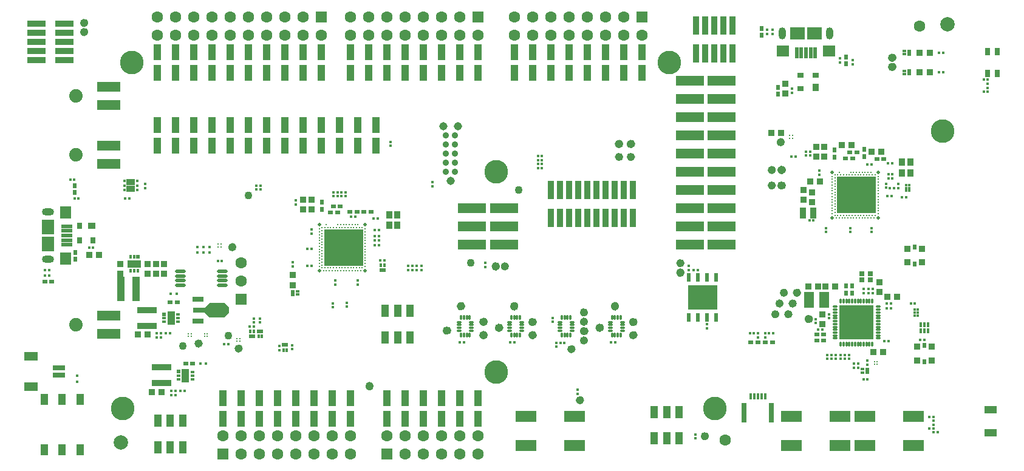
<source format=gts>
G04*
G04 #@! TF.GenerationSoftware,Altium Limited,Altium Designer,22.10.1 (41)*
G04*
G04 Layer_Color=8388736*
%FSLAX24Y24*%
%MOIN*%
G70*
G04*
G04 #@! TF.SameCoordinates,909E230D-C440-470E-9760-442CD84647A0*
G04*
G04*
G04 #@! TF.FilePolarity,Negative*
G04*
G01*
G75*
%ADD121C,0.0240*%
%ADD122R,0.0161X0.0161*%
%ADD123R,0.0146X0.0157*%
%ADD124C,0.0118*%
%ADD125O,0.0287X0.0118*%
%ADD126O,0.0118X0.0287*%
%ADD127R,0.0433X0.0669*%
%ADD128R,0.1122X0.0591*%
%ADD129R,0.0157X0.0146*%
%ADD130R,0.0157X0.0177*%
%ADD131R,0.0453X0.0323*%
%ADD132R,0.0276X0.1063*%
%ADD133R,0.0157X0.0354*%
%ADD134R,0.0295X0.0236*%
%ADD135R,0.0374X0.0433*%
%ADD136R,0.0374X0.0276*%
%ADD137R,0.0354X0.0335*%
%ADD138R,0.0339X0.0984*%
%ADD139R,0.1539X0.0539*%
%ADD140R,0.0441X0.0902*%
%ADD141R,0.0276X0.0374*%
%ADD142R,0.0433X0.0374*%
%ADD143R,0.0591X0.0669*%
%ADD144R,0.0650X0.0787*%
%ADD145R,0.0591X0.0217*%
%ADD146C,0.0787*%
%ADD147C,0.0349*%
%ADD148R,0.0335X0.0354*%
%ADD149R,0.0748X0.0512*%
%ADD150R,0.0650X0.0276*%
%ADD151R,0.0339X0.0359*%
%ADD152R,0.0359X0.0339*%
%ADD153R,0.0197X0.0138*%
%ADD154R,0.0209X0.0327*%
%ADD155C,0.0197*%
%ADD156C,0.0120*%
%ADD157R,0.2165X0.2008*%
%ADD158R,0.0335X0.0591*%
%ADD159R,0.0276X0.0236*%
%ADD160R,0.0236X0.0276*%
%ADD161R,0.0374X0.0413*%
%ADD162R,0.0161X0.0260*%
%ADD163R,0.0295X0.0256*%
%ADD164R,0.0524X0.0913*%
%ADD165C,0.0124*%
%ADD166R,0.0236X0.0157*%
%ADD167R,0.0394X0.0748*%
%ADD168R,0.0236X0.0197*%
%ADD169R,0.0748X0.0394*%
%ADD170R,0.0157X0.0236*%
%ADD171R,0.0197X0.0236*%
%ADD172O,0.0591X0.0197*%
%ADD173C,0.0433*%
%ADD174R,0.0433X0.0630*%
%ADD175R,0.0709X0.0276*%
%ADD176R,0.0591X0.0276*%
%ADD177R,0.0138X0.0197*%
%ADD178R,0.0327X0.0209*%
%ADD179R,0.1291X0.0539*%
%ADD180R,0.0433X0.1378*%
%ADD181R,0.1102X0.0354*%
%ADD182R,0.0138X0.0181*%
%ADD183R,0.0181X0.0138*%
%ADD184R,0.0276X0.0434*%
%ADD185R,0.1614X0.1378*%
%ADD186R,0.0217X0.0492*%
%ADD187R,0.0670X0.0434*%
%ADD188R,0.0236X0.0268*%
%ADD189R,0.0335X0.0354*%
%ADD190O,0.0126X0.0323*%
%ADD191O,0.0323X0.0126*%
%ADD192R,0.1850X0.1850*%
%ADD193R,0.0181X0.0169*%
%ADD194R,0.0217X0.0591*%
%ADD195R,0.0787X0.0650*%
%ADD196R,0.0669X0.0591*%
%ADD197R,0.0984X0.0339*%
%ADD198R,0.0236X0.0295*%
%ADD199C,0.0630*%
%ADD200R,0.0630X0.0630*%
%ADD201O,0.0669X0.0394*%
%ADD202C,0.0450*%
%ADD203R,0.0630X0.0630*%
%ADD204C,0.0740*%
%ADD205O,0.0394X0.0669*%
%ADD206C,0.1299*%
G36*
X11080Y8794D02*
X11082Y8793D01*
X11085Y8793D01*
X11086Y8792D01*
X11089Y8790D01*
X11092Y8788D01*
X11348Y8532D01*
X11348Y8532D01*
X11349Y8531D01*
X11351Y8529D01*
X11353Y8526D01*
X11354Y8522D01*
X11354Y8522D01*
X11354Y8518D01*
X11354Y8518D01*
Y8282D01*
X11354Y8282D01*
X11354Y8280D01*
X11354Y8278D01*
X11353Y8275D01*
X11353Y8274D01*
X11351Y8271D01*
X11348Y8268D01*
X11092Y8012D01*
X11092Y8012D01*
X11091Y8011D01*
X11089Y8010D01*
X11086Y8008D01*
X11082Y8007D01*
X11082Y8007D01*
X11078Y8006D01*
X11078Y8006D01*
X10291D01*
X10291Y8006D01*
X10289Y8006D01*
X10287Y8007D01*
X10284Y8007D01*
X10283Y8008D01*
X10280Y8010D01*
X10277Y8012D01*
X10021Y8268D01*
X10019Y8271D01*
X10017Y8274D01*
X10016Y8275D01*
X10016Y8278D01*
X10015Y8280D01*
X10015Y8282D01*
X10015Y8282D01*
Y8518D01*
X10015Y8518D01*
X10015Y8520D01*
X10016Y8522D01*
X10016Y8525D01*
X10017Y8526D01*
X10019Y8529D01*
X10021Y8532D01*
X10277Y8788D01*
X10280Y8790D01*
X10283Y8792D01*
X10284Y8793D01*
X10287Y8793D01*
X10289Y8794D01*
X10291Y8794D01*
X10291Y8794D01*
X11078D01*
X11078Y8794D01*
X11080Y8794D01*
D02*
G37*
D121*
X33495Y17530D02*
G03*
X33495Y17530I-110J0D01*
G01*
X33517D02*
G03*
X33517Y17530I-110J0D01*
G01*
X30951Y7253D02*
G03*
X30951Y7253I-110J0D01*
G01*
X30929D02*
G03*
X30929Y7253I-110J0D01*
G01*
X47858Y22263D02*
G03*
X47858Y22263I-110J0D01*
G01*
X47836D02*
G03*
X47836Y22263I-110J0D01*
G01*
X41241Y16100D02*
G03*
X41241Y16100I-110J0D01*
G01*
X41769D02*
G03*
X41769Y16100I-110J0D01*
G01*
X41791D02*
G03*
X41791Y16100I-110J0D01*
G01*
X30711Y3460D02*
G03*
X30711Y3460I-110J0D01*
G01*
X31786Y7437D02*
G03*
X31786Y7437I-110J0D01*
G01*
X31808D02*
G03*
X31808Y7437I-110J0D01*
G01*
X33648Y7030D02*
G03*
X33648Y7030I-110J0D01*
G01*
X33626D02*
G03*
X33626Y7030I-110J0D01*
G01*
X3501Y23676D02*
G03*
X3501Y23676I-110J0D01*
G01*
X9780Y6571D02*
G03*
X9780Y6571I-110J0D01*
G01*
X19160Y4241D02*
G03*
X19160Y4241I-110J0D01*
G01*
Y4219D02*
G03*
X19160Y4219I-110J0D01*
G01*
X11979Y6296D02*
G03*
X11979Y6296I-110J0D01*
G01*
X43280Y7913D02*
G03*
X43280Y7913I-110J0D01*
G01*
X43258D02*
G03*
X43258Y7913I-110J0D01*
G01*
X36222Y10474D02*
G03*
X36222Y10474I-110J0D01*
G01*
Y10452D02*
G03*
X36222Y10452I-110J0D01*
G01*
X33507Y16821D02*
G03*
X33507Y16821I-110J0D01*
G01*
X42621Y9360D02*
G03*
X42621Y9360I-110J0D01*
G01*
X42385Y8770D02*
G03*
X42385Y8770I-110J0D01*
G01*
X42148Y8179D02*
G03*
X42148Y8179I-110J0D01*
G01*
X41902Y9360D02*
G03*
X41902Y9360I-110J0D01*
G01*
X41430Y8179D02*
G03*
X41430Y8179I-110J0D01*
G01*
X41666Y8770D02*
G03*
X41666Y8770I-110J0D01*
G01*
X36222Y10985D02*
G03*
X36222Y10985I-110J0D01*
G01*
X32857Y16821D02*
G03*
X32857Y16821I-110J0D01*
G01*
X32867Y17530D02*
G03*
X32867Y17530I-110J0D01*
G01*
X32845D02*
G03*
X32845Y17530I-110J0D01*
G01*
X11630Y11861D02*
G03*
X11630Y11861I-110J0D01*
G01*
X41730Y17629D02*
G03*
X41730Y17629I-110J0D01*
G01*
X37570Y1481D02*
G03*
X37570Y1481I-110J0D01*
G01*
X33648Y7750D02*
G03*
X33648Y7750I-110J0D01*
G01*
X33626D02*
G03*
X33626Y7750I-110J0D01*
G01*
X32634Y8628D02*
G03*
X32634Y8628I-110J0D01*
G01*
Y8606D02*
G03*
X32634Y8606I-110J0D01*
G01*
X28121Y7030D02*
G03*
X28121Y7030I-110J0D01*
G01*
X28099D02*
G03*
X28099Y7030I-110J0D01*
G01*
X23421Y7280D02*
G03*
X23421Y7280I-110J0D01*
G01*
X23399D02*
G03*
X23399Y7280I-110J0D01*
G01*
X24180Y8609D02*
G03*
X24180Y8609I-110J0D01*
G01*
Y8631D02*
G03*
X24180Y8631I-110J0D01*
G01*
X25409Y7760D02*
G03*
X25409Y7760I-110J0D01*
G01*
X25431D02*
G03*
X25431Y7760I-110J0D01*
G01*
X25409Y7030D02*
G03*
X25409Y7030I-110J0D01*
G01*
X25431D02*
G03*
X25431Y7030I-110J0D01*
G01*
X27107Y8606D02*
G03*
X27107Y8606I-110J0D01*
G01*
Y8628D02*
G03*
X27107Y8628I-110J0D01*
G01*
X28099Y7750D02*
G03*
X28099Y7750I-110J0D01*
G01*
X28121D02*
G03*
X28121Y7750I-110J0D01*
G01*
X3501Y24176D02*
G03*
X3501Y24176I-110J0D01*
G01*
X30241Y6260D02*
G03*
X30241Y6260I-110J0D01*
G01*
X30929Y8280D02*
G03*
X30929Y8280I-110J0D01*
G01*
Y7767D02*
G03*
X30929Y7767I-110J0D01*
G01*
Y6740D02*
G03*
X30929Y6740I-110J0D01*
G01*
X26090Y10799D02*
G03*
X26090Y10799I-110J0D01*
G01*
Y10821D02*
G03*
X26090Y10821I-110J0D01*
G01*
X26590Y10809D02*
G03*
X26590Y10809I-110J0D01*
G01*
X47858Y21760D02*
G03*
X47858Y21760I-110J0D01*
G01*
X47836D02*
G03*
X47836Y21760I-110J0D01*
G01*
X41241Y15250D02*
G03*
X41241Y15250I-110J0D01*
G01*
X41769D02*
G03*
X41769Y15250I-110J0D01*
G01*
X41791D02*
G03*
X41791Y15250I-110J0D01*
G01*
X26259Y7437D02*
G03*
X26259Y7437I-110J0D01*
G01*
X26281D02*
G03*
X26281Y7437I-110J0D01*
G01*
D122*
X48976Y8425D02*
D03*
X49134D02*
D03*
X48976Y8268D02*
D03*
X49134D02*
D03*
X48976Y8110D02*
D03*
X49134D02*
D03*
X48671Y14961D02*
D03*
X48514D02*
D03*
X48671Y15118D02*
D03*
X48514D02*
D03*
X48671Y15276D02*
D03*
X48514D02*
D03*
D123*
X50230Y1693D02*
D03*
X50006D02*
D03*
X52758Y21053D02*
D03*
X52982D02*
D03*
Y20404D02*
D03*
X52758D02*
D03*
X39925Y7136D02*
D03*
X40149D02*
D03*
X47478Y14670D02*
D03*
X47702D02*
D03*
X48756Y8770D02*
D03*
X48980D02*
D03*
X19648Y11150D02*
D03*
X19872D02*
D03*
X47615Y15117D02*
D03*
X47839D02*
D03*
X7388Y6900D02*
D03*
X7612D02*
D03*
X12474Y7486D02*
D03*
X12699D02*
D03*
X49268Y6762D02*
D03*
X49492D02*
D03*
X47309Y6703D02*
D03*
X47533D02*
D03*
X48283Y14606D02*
D03*
X48508D02*
D03*
X36846Y10600D02*
D03*
X37071D02*
D03*
X50004Y2539D02*
D03*
X49780D02*
D03*
X8185Y3976D02*
D03*
X8410D02*
D03*
X43196Y13332D02*
D03*
X43420D02*
D03*
X49780Y1900D02*
D03*
X50004D02*
D03*
X46382Y4616D02*
D03*
X46157D02*
D03*
X43913Y7336D02*
D03*
X43688D02*
D03*
X7612Y7120D02*
D03*
X7388D02*
D03*
X8102Y7120D02*
D03*
X7878D02*
D03*
X8665Y3976D02*
D03*
X8890D02*
D03*
X8185Y3750D02*
D03*
X8410D02*
D03*
X47438Y8773D02*
D03*
X47663D02*
D03*
X47663Y8509D02*
D03*
X47438D02*
D03*
X10728Y11100D02*
D03*
X10952D02*
D03*
X11312Y6540D02*
D03*
X11088D02*
D03*
X19347Y12800D02*
D03*
X19571D02*
D03*
X19347Y12220D02*
D03*
X19571D02*
D03*
X47722Y16462D02*
D03*
X47497D02*
D03*
X19571Y11958D02*
D03*
X19347D02*
D03*
X19493Y13451D02*
D03*
X19268D02*
D03*
X15861Y11781D02*
D03*
X15636D02*
D03*
X15636Y10846D02*
D03*
X15861D02*
D03*
X18260Y13523D02*
D03*
X18035D02*
D03*
X19571Y12470D02*
D03*
X19347D02*
D03*
X40975Y7136D02*
D03*
X41199D02*
D03*
X32298Y6620D02*
D03*
X32522D02*
D03*
X42422Y16840D02*
D03*
X42198D02*
D03*
X1246Y10310D02*
D03*
X1471D02*
D03*
X3664Y11840D02*
D03*
X3888D02*
D03*
X2852Y15560D02*
D03*
X2628D02*
D03*
X3082Y14520D02*
D03*
X2858D02*
D03*
X29749Y6600D02*
D03*
X29524D02*
D03*
X24222Y6620D02*
D03*
X23998D02*
D03*
X26996D02*
D03*
X26771D02*
D03*
X46607Y16413D02*
D03*
X46383D02*
D03*
X1246Y10590D02*
D03*
X1471D02*
D03*
X50543Y21463D02*
D03*
X50318D02*
D03*
X50543Y22546D02*
D03*
X50318D02*
D03*
X5872Y14540D02*
D03*
X5648D02*
D03*
D124*
X33263Y17530D02*
D03*
X33529D02*
D03*
X30963Y7253D02*
D03*
X30697D02*
D03*
X47870Y22263D02*
D03*
X47604D02*
D03*
X41253Y16100D02*
D03*
X41007D02*
D03*
X41537D02*
D03*
X41803D02*
D03*
X30477Y3460D02*
D03*
X30723D02*
D03*
X31554Y7437D02*
D03*
X31820D02*
D03*
X33660Y7030D02*
D03*
X33394D02*
D03*
X3513Y23676D02*
D03*
X3267D02*
D03*
X9670Y6693D02*
D03*
Y6447D02*
D03*
X19050Y4097D02*
D03*
Y4363D02*
D03*
X11991Y6296D02*
D03*
X11745D02*
D03*
X43292Y7913D02*
D03*
X43026D02*
D03*
X36112Y10596D02*
D03*
Y10330D02*
D03*
X33273Y16821D02*
D03*
X33519D02*
D03*
X42633Y9360D02*
D03*
X42387D02*
D03*
X42397Y8770D02*
D03*
X42151D02*
D03*
X41914Y8179D02*
D03*
X42160D02*
D03*
X41914Y9360D02*
D03*
X41668D02*
D03*
X41196Y8179D02*
D03*
X41442D02*
D03*
X41432Y8770D02*
D03*
X41678D02*
D03*
X36112Y11107D02*
D03*
Y10861D02*
D03*
X32869Y16821D02*
D03*
X32623D02*
D03*
X32879Y17530D02*
D03*
X32613D02*
D03*
X37460Y1357D02*
D03*
X11520Y11983D02*
D03*
Y11737D02*
D03*
X41620Y17507D02*
D03*
Y17753D02*
D03*
X37460Y1603D02*
D03*
X33660Y7750D02*
D03*
X33394D02*
D03*
X32524Y8750D02*
D03*
Y8484D02*
D03*
X28133Y7030D02*
D03*
X27867D02*
D03*
X23433Y7280D02*
D03*
X23167D02*
D03*
X24070Y8487D02*
D03*
Y8753D02*
D03*
X25177Y7760D02*
D03*
X25443D02*
D03*
X25177Y7030D02*
D03*
X25443D02*
D03*
X26997Y8484D02*
D03*
Y8750D02*
D03*
X27867Y7750D02*
D03*
X28133D02*
D03*
X3513Y24176D02*
D03*
X3267D02*
D03*
X30253Y6260D02*
D03*
X30007D02*
D03*
X30697Y8280D02*
D03*
X30943D02*
D03*
X30697Y7767D02*
D03*
X30943D02*
D03*
X30697Y6740D02*
D03*
X30943D02*
D03*
X25980Y10677D02*
D03*
Y10943D02*
D03*
X26480Y10687D02*
D03*
Y10933D02*
D03*
X47870Y21760D02*
D03*
X47604D02*
D03*
X41253Y15250D02*
D03*
X41007D02*
D03*
X41537D02*
D03*
X41803D02*
D03*
X26027Y7437D02*
D03*
X26293D02*
D03*
D125*
X27398Y7752D02*
D03*
X26749Y7437D02*
D03*
Y7280D02*
D03*
Y7595D02*
D03*
Y7752D02*
D03*
X27398Y7595D02*
D03*
Y7437D02*
D03*
Y7280D02*
D03*
X32275D02*
D03*
Y7437D02*
D03*
Y7595D02*
D03*
Y7752D02*
D03*
X32925D02*
D03*
Y7595D02*
D03*
Y7437D02*
D03*
Y7280D02*
D03*
X29512D02*
D03*
Y7437D02*
D03*
Y7595D02*
D03*
Y7752D02*
D03*
X30161D02*
D03*
Y7595D02*
D03*
Y7437D02*
D03*
Y7280D02*
D03*
X23985D02*
D03*
Y7437D02*
D03*
Y7595D02*
D03*
Y7752D02*
D03*
X24635D02*
D03*
Y7595D02*
D03*
Y7437D02*
D03*
Y7280D02*
D03*
D126*
X27310Y7034D02*
D03*
X26995Y7999D02*
D03*
X27152Y7034D02*
D03*
X26995D02*
D03*
X26837D02*
D03*
Y7999D02*
D03*
X27152D02*
D03*
X27310D02*
D03*
X32836Y7034D02*
D03*
X32679D02*
D03*
X32521D02*
D03*
X32364D02*
D03*
Y7999D02*
D03*
X32521D02*
D03*
X32679D02*
D03*
X32836D02*
D03*
X30073Y7034D02*
D03*
X29915D02*
D03*
X29758D02*
D03*
X29600D02*
D03*
Y7999D02*
D03*
X29758D02*
D03*
X29915D02*
D03*
X30073D02*
D03*
X24546Y7034D02*
D03*
X24389D02*
D03*
X24231D02*
D03*
X24074D02*
D03*
Y7999D02*
D03*
X24231D02*
D03*
X24389D02*
D03*
X24546D02*
D03*
D127*
X36055Y1354D02*
D03*
X34677D02*
D03*
X35366D02*
D03*
X36055Y2811D02*
D03*
X35366D02*
D03*
X34677D02*
D03*
X19910Y6913D02*
D03*
X20599D02*
D03*
X21288D02*
D03*
Y8370D02*
D03*
X20599D02*
D03*
X19910D02*
D03*
X8120Y872D02*
D03*
X7431Y2328D02*
D03*
X8809D02*
D03*
Y872D02*
D03*
X8120Y2328D02*
D03*
X7431Y872D02*
D03*
D128*
X30309Y985D02*
D03*
Y2560D02*
D03*
X27651Y985D02*
D03*
Y2560D02*
D03*
X48904Y985D02*
D03*
Y2560D02*
D03*
X46247Y985D02*
D03*
Y2560D02*
D03*
X44864Y985D02*
D03*
Y2560D02*
D03*
X42207Y985D02*
D03*
Y2560D02*
D03*
D129*
X40363Y7139D02*
D03*
Y6915D02*
D03*
X44407Y5949D02*
D03*
Y5724D02*
D03*
X17802Y8818D02*
D03*
Y8594D02*
D03*
X48070Y15117D02*
D03*
Y15341D02*
D03*
X15000Y14198D02*
D03*
Y14422D02*
D03*
X18406Y9799D02*
D03*
Y10023D02*
D03*
X46422Y9564D02*
D03*
Y9339D02*
D03*
X13060Y15252D02*
D03*
Y15028D02*
D03*
X14800Y6258D02*
D03*
Y6482D02*
D03*
X12700Y7728D02*
D03*
Y7952D02*
D03*
X45866Y5232D02*
D03*
Y5457D02*
D03*
X52982Y20616D02*
D03*
Y20841D02*
D03*
X36575Y10831D02*
D03*
Y10606D02*
D03*
X47393Y15344D02*
D03*
Y15120D02*
D03*
X50010Y2327D02*
D03*
Y2102D02*
D03*
X44163Y5949D02*
D03*
Y5724D02*
D03*
X44652Y5949D02*
D03*
Y5724D02*
D03*
X44896Y5949D02*
D03*
Y5724D02*
D03*
X45140Y5949D02*
D03*
Y5724D02*
D03*
X45384Y5949D02*
D03*
Y5724D02*
D03*
X37569Y7398D02*
D03*
Y7622D02*
D03*
X46368Y5409D02*
D03*
Y5634D02*
D03*
X45640Y5232D02*
D03*
Y5457D02*
D03*
X46171Y9564D02*
D03*
Y9339D02*
D03*
X46673Y9564D02*
D03*
Y9339D02*
D03*
X44272Y7959D02*
D03*
Y8183D02*
D03*
X43543Y7693D02*
D03*
Y7917D02*
D03*
X36950Y1358D02*
D03*
X14100Y6432D02*
D03*
X12830Y15252D02*
D03*
X13050Y7728D02*
D03*
X14100Y6208D02*
D03*
X13050Y7952D02*
D03*
X12830Y15028D02*
D03*
X15857Y12604D02*
D03*
Y12828D02*
D03*
X17186Y9799D02*
D03*
Y10023D02*
D03*
X17048Y8559D02*
D03*
Y8784D02*
D03*
X45435Y12913D02*
D03*
Y12688D02*
D03*
X44115Y12913D02*
D03*
Y12688D02*
D03*
X46615D02*
D03*
Y12913D02*
D03*
X28520Y16432D02*
D03*
Y16208D02*
D03*
X28300Y16432D02*
D03*
Y16208D02*
D03*
X25400Y11002D02*
D03*
Y10778D02*
D03*
X41157Y23791D02*
D03*
Y23567D02*
D03*
X43010Y16888D02*
D03*
Y17112D02*
D03*
X43230Y16888D02*
D03*
Y17112D02*
D03*
X36950Y1582D02*
D03*
X29090Y7982D02*
D03*
Y7758D02*
D03*
X40761Y6915D02*
D03*
Y7139D02*
D03*
X21890Y10598D02*
D03*
Y10822D02*
D03*
X21653Y10598D02*
D03*
Y10822D02*
D03*
X21417Y10598D02*
D03*
Y10822D02*
D03*
X21180Y10598D02*
D03*
Y10822D02*
D03*
X17730Y14658D02*
D03*
Y14882D02*
D03*
X17510Y14658D02*
D03*
Y14882D02*
D03*
X17290Y14658D02*
D03*
Y14882D02*
D03*
X17070Y14658D02*
D03*
Y14882D02*
D03*
X22520Y15442D02*
D03*
Y15218D02*
D03*
X40887Y23567D02*
D03*
Y23791D02*
D03*
X42254Y20572D02*
D03*
Y20347D02*
D03*
X45570Y21918D02*
D03*
Y22142D02*
D03*
X44867Y22222D02*
D03*
Y21997D02*
D03*
X47531Y15651D02*
D03*
Y15876D02*
D03*
X43731Y16053D02*
D03*
Y15828D02*
D03*
X47747Y15876D02*
D03*
Y15651D02*
D03*
X20200Y17428D02*
D03*
Y17652D02*
D03*
X14850Y10798D02*
D03*
Y11022D02*
D03*
X29310Y6612D02*
D03*
Y6388D02*
D03*
X30470Y4042D02*
D03*
Y3818D02*
D03*
X6740Y15342D02*
D03*
Y15118D02*
D03*
D130*
X5606Y14994D02*
D03*
Y15506D02*
D03*
Y15250D02*
D03*
X6294Y14994D02*
D03*
Y15250D02*
D03*
Y15506D02*
D03*
D131*
X5950Y15057D02*
D03*
Y15443D02*
D03*
D132*
X41112Y2767D02*
D03*
X39616D02*
D03*
D133*
X40560Y3673D02*
D03*
X40364D02*
D03*
X40167D02*
D03*
X39970D02*
D03*
X40757D02*
D03*
D134*
X1613Y9967D02*
D03*
X1239D02*
D03*
D135*
X43526Y20634D02*
D03*
D136*
Y21303D02*
D03*
X42719D02*
D03*
Y20555D02*
D03*
D137*
X41864Y20825D02*
D03*
Y20294D02*
D03*
X43338Y14858D02*
D03*
Y14326D02*
D03*
X43907Y7638D02*
D03*
Y8169D02*
D03*
X5380Y10418D02*
D03*
Y10949D02*
D03*
X7782D02*
D03*
Y10418D02*
D03*
X6886Y10949D02*
D03*
Y10418D02*
D03*
X7334Y10949D02*
D03*
Y10418D02*
D03*
X47028Y9400D02*
D03*
Y9931D02*
D03*
X15414Y14480D02*
D03*
Y13948D02*
D03*
X15857Y14480D02*
D03*
Y13948D02*
D03*
X44007Y16838D02*
D03*
Y17370D02*
D03*
X42875Y14484D02*
D03*
Y15015D02*
D03*
X43564Y17370D02*
D03*
Y16838D02*
D03*
D138*
X29000Y15018D02*
D03*
X29500D02*
D03*
X30000D02*
D03*
X30500D02*
D03*
X31000D02*
D03*
X29000Y13482D02*
D03*
X29500D02*
D03*
X30000D02*
D03*
X30500D02*
D03*
X31000D02*
D03*
X33500D02*
D03*
X33000D02*
D03*
X32500D02*
D03*
X32000D02*
D03*
X31500D02*
D03*
X33500Y15018D02*
D03*
X33000D02*
D03*
X32500D02*
D03*
X32000D02*
D03*
X31500D02*
D03*
X38970Y22502D02*
D03*
X38470D02*
D03*
X37970D02*
D03*
X37470D02*
D03*
X36970D02*
D03*
X38970Y24038D02*
D03*
X38470D02*
D03*
X37970D02*
D03*
X37470D02*
D03*
X36970D02*
D03*
D139*
X38375Y13000D02*
D03*
X36625D02*
D03*
X38375Y15000D02*
D03*
X36625D02*
D03*
Y21000D02*
D03*
X38375D02*
D03*
X36625Y20000D02*
D03*
X38375D02*
D03*
X36625Y19000D02*
D03*
X38375D02*
D03*
X36625Y18000D02*
D03*
X38375D02*
D03*
X36625Y17000D02*
D03*
X38375D02*
D03*
X36625Y16000D02*
D03*
X38375D02*
D03*
X36625Y14000D02*
D03*
X38375D02*
D03*
X36625Y12000D02*
D03*
X38375D02*
D03*
X26425Y12000D02*
D03*
X24675D02*
D03*
X26425Y13000D02*
D03*
X24675D02*
D03*
X26425Y14000D02*
D03*
X24675D02*
D03*
D140*
X31000Y21423D02*
D03*
Y22577D02*
D03*
X27000Y21423D02*
D03*
X30000D02*
D03*
X29000Y21423D02*
D03*
X34000Y21423D02*
D03*
X33000D02*
D03*
X27000Y22577D02*
D03*
X30000D02*
D03*
X29000D02*
D03*
X34000D02*
D03*
X33000D02*
D03*
X28000Y21423D02*
D03*
X32000D02*
D03*
X28000Y22577D02*
D03*
X32000D02*
D03*
X7400Y21423D02*
D03*
X13400D02*
D03*
X7400Y22577D02*
D03*
X13400D02*
D03*
X8400Y21423D02*
D03*
X9400Y21423D02*
D03*
X11400D02*
D03*
X12400D02*
D03*
X15400D02*
D03*
X16400D02*
D03*
X8400Y22577D02*
D03*
X9400D02*
D03*
X11400D02*
D03*
X12400D02*
D03*
X15400D02*
D03*
X16400D02*
D03*
X10400Y21423D02*
D03*
X14400Y21423D02*
D03*
X10400Y22577D02*
D03*
X14400D02*
D03*
X14000Y3577D02*
D03*
Y2423D02*
D03*
X18000Y3577D02*
D03*
X15000D02*
D03*
X16000Y3577D02*
D03*
X11000Y3577D02*
D03*
X12000D02*
D03*
X18000Y2423D02*
D03*
X15000D02*
D03*
X16000D02*
D03*
X11000D02*
D03*
X12000D02*
D03*
X17000Y3577D02*
D03*
X13000D02*
D03*
X17000Y2423D02*
D03*
X13000D02*
D03*
X23000Y3577D02*
D03*
X23000Y2423D02*
D03*
X25000Y3577D02*
D03*
X24000D02*
D03*
X21000D02*
D03*
X20000D02*
D03*
X25000Y2423D02*
D03*
X24000D02*
D03*
X21000D02*
D03*
X20000D02*
D03*
X22000Y3577D02*
D03*
Y2423D02*
D03*
X16400Y17423D02*
D03*
Y18577D02*
D03*
X15400D02*
D03*
Y17423D02*
D03*
X7400D02*
D03*
Y18577D02*
D03*
X11400D02*
D03*
Y17423D02*
D03*
X12400Y18577D02*
D03*
Y17423D02*
D03*
X10400Y18577D02*
D03*
Y17423D02*
D03*
X9400Y18577D02*
D03*
Y17423D02*
D03*
X8400D02*
D03*
Y18577D02*
D03*
X14400Y17423D02*
D03*
Y18577D02*
D03*
X13400Y17423D02*
D03*
Y18577D02*
D03*
X17400Y17423D02*
D03*
Y18577D02*
D03*
X18400Y17423D02*
D03*
Y18577D02*
D03*
X19400Y17423D02*
D03*
Y18577D02*
D03*
X22000Y21423D02*
D03*
Y22577D02*
D03*
X18000Y21423D02*
D03*
X21000D02*
D03*
X20000Y21423D02*
D03*
X25000Y21423D02*
D03*
X24000D02*
D03*
X18000Y22577D02*
D03*
X21000D02*
D03*
X20000D02*
D03*
X25000D02*
D03*
X24000D02*
D03*
X19000Y21423D02*
D03*
X23000D02*
D03*
X19000Y22577D02*
D03*
X23000D02*
D03*
D141*
X3870Y12226D02*
D03*
X3122D02*
D03*
Y13034D02*
D03*
D142*
X3791D02*
D03*
D143*
X2365Y13760D02*
D03*
Y11240D02*
D03*
D144*
X1400Y12028D02*
D03*
Y12972D02*
D03*
D145*
X2454Y11988D02*
D03*
Y12244D02*
D03*
Y13012D02*
D03*
Y12756D02*
D03*
Y12500D02*
D03*
D146*
X50768Y24104D02*
D03*
X5411Y1120D02*
D03*
D147*
X23250Y16000D02*
D03*
Y16500D02*
D03*
Y17000D02*
D03*
Y17500D02*
D03*
Y18000D02*
D03*
X23750D02*
D03*
Y17500D02*
D03*
Y17000D02*
D03*
Y16500D02*
D03*
Y16000D02*
D03*
D148*
X3660Y11440D02*
D03*
X4192D02*
D03*
X43229Y15468D02*
D03*
X43761D02*
D03*
X47137Y17112D02*
D03*
X46605D02*
D03*
X46703Y6112D02*
D03*
X47234D02*
D03*
X44606Y9705D02*
D03*
X43130Y9705D02*
D03*
X43661D02*
D03*
X6354Y7070D02*
D03*
X6886D02*
D03*
X7106Y3917D02*
D03*
X7638D02*
D03*
X44075Y9705D02*
D03*
X47994Y9152D02*
D03*
X47462D02*
D03*
X41094Y18140D02*
D03*
X41626D02*
D03*
X45513Y17466D02*
D03*
X44981D02*
D03*
D149*
X484Y4203D02*
D03*
Y5857D02*
D03*
D150*
X2010Y4833D02*
D03*
Y5227D02*
D03*
D151*
X49805Y21463D02*
D03*
X49255D02*
D03*
X49805Y22546D02*
D03*
X49255D02*
D03*
D152*
X14850Y10335D02*
D03*
Y9785D02*
D03*
D153*
X15118Y9439D02*
D03*
Y9261D02*
D03*
X46112Y5157D02*
D03*
Y4980D02*
D03*
X48406Y22632D02*
D03*
Y22455D02*
D03*
Y21550D02*
D03*
Y21372D02*
D03*
D154*
X14842Y9350D02*
D03*
X46388Y5069D02*
D03*
X48681Y22544D02*
D03*
Y21461D02*
D03*
D155*
X44440Y15980D02*
D03*
Y13460D02*
D03*
X46960D02*
D03*
Y15980D02*
D03*
X18809Y13090D02*
D03*
Y10570D02*
D03*
X16290D02*
D03*
Y13090D02*
D03*
D156*
X46566Y15980D02*
D03*
X46723Y13460D02*
D03*
X46566D02*
D03*
X46802Y13618D02*
D03*
Y15822D02*
D03*
X44440Y13696D02*
D03*
X46409Y13460D02*
D03*
X46251D02*
D03*
X46094D02*
D03*
X45936D02*
D03*
X45779D02*
D03*
X45621D02*
D03*
X45464D02*
D03*
X45306D02*
D03*
X45149D02*
D03*
X44991D02*
D03*
X44834D02*
D03*
X44676D02*
D03*
X46645Y13618D02*
D03*
X46487D02*
D03*
X46330D02*
D03*
X46172D02*
D03*
X46015D02*
D03*
X45857D02*
D03*
X45700D02*
D03*
X45542D02*
D03*
X45385D02*
D03*
X45227D02*
D03*
X45070D02*
D03*
X44912D02*
D03*
X44755D02*
D03*
X44597D02*
D03*
Y13775D02*
D03*
Y13933D02*
D03*
X44440Y13854D02*
D03*
Y14011D02*
D03*
X44597Y14090D02*
D03*
X46960Y14169D02*
D03*
X44440D02*
D03*
X44597Y14248D02*
D03*
X46960Y14326D02*
D03*
X44440D02*
D03*
X44597Y14405D02*
D03*
X46960Y14484D02*
D03*
X44440D02*
D03*
X44597Y14563D02*
D03*
X46960Y14641D02*
D03*
X44440D02*
D03*
X44597Y14720D02*
D03*
X46960Y14799D02*
D03*
X44440D02*
D03*
X44597Y14877D02*
D03*
X46960Y14956D02*
D03*
X44440D02*
D03*
X44597Y15035D02*
D03*
X46960Y15114D02*
D03*
X44440D02*
D03*
X44597Y15192D02*
D03*
X46960Y15271D02*
D03*
X44440D02*
D03*
X44597Y15350D02*
D03*
X46960Y15429D02*
D03*
X44440D02*
D03*
X44597Y15507D02*
D03*
X46960Y15586D02*
D03*
X44440D02*
D03*
X44597Y15665D02*
D03*
X46960Y15744D02*
D03*
X44440D02*
D03*
X46172Y15822D02*
D03*
X46015D02*
D03*
X45857D02*
D03*
X45700D02*
D03*
X45542D02*
D03*
X45385D02*
D03*
X45227D02*
D03*
X45070D02*
D03*
X44912D02*
D03*
X44755D02*
D03*
X44597D02*
D03*
X46409Y15980D02*
D03*
X46251D02*
D03*
X46094D02*
D03*
X45936D02*
D03*
X45779D02*
D03*
X45621D02*
D03*
X45464D02*
D03*
X44834D02*
D03*
X46330Y15822D02*
D03*
X46487D02*
D03*
X46645D02*
D03*
X46960Y14011D02*
D03*
Y13854D02*
D03*
Y13696D02*
D03*
X18809Y10806D02*
D03*
Y10964D02*
D03*
Y11121D02*
D03*
X18494Y12932D02*
D03*
X18337D02*
D03*
X18180D02*
D03*
X16683Y13090D02*
D03*
X17313D02*
D03*
X17471D02*
D03*
X17628D02*
D03*
X17786D02*
D03*
X17943D02*
D03*
X18101D02*
D03*
X18258D02*
D03*
X16447Y12932D02*
D03*
X16605D02*
D03*
X16762D02*
D03*
X16920D02*
D03*
X17077D02*
D03*
X17235D02*
D03*
X17392D02*
D03*
X17550D02*
D03*
X17707D02*
D03*
X17865D02*
D03*
X18022D02*
D03*
X16290Y12854D02*
D03*
X18809D02*
D03*
X16447Y12775D02*
D03*
X16290Y12696D02*
D03*
X18809D02*
D03*
X16447Y12617D02*
D03*
X16290Y12539D02*
D03*
X18809D02*
D03*
X16447Y12460D02*
D03*
X16290Y12381D02*
D03*
X18809D02*
D03*
X16447Y12302D02*
D03*
X16290Y12224D02*
D03*
X18809D02*
D03*
X16290Y12066D02*
D03*
X18809D02*
D03*
X16447Y11987D02*
D03*
X16290Y11909D02*
D03*
X18809D02*
D03*
X16447Y11830D02*
D03*
X16290Y11751D02*
D03*
X18809D02*
D03*
X16447Y11673D02*
D03*
X16290Y11594D02*
D03*
X18809D02*
D03*
X16447Y11515D02*
D03*
X16290Y11436D02*
D03*
X18809D02*
D03*
X16447Y11358D02*
D03*
X16290Y11279D02*
D03*
X18809D02*
D03*
X16447Y11200D02*
D03*
X16290Y11121D02*
D03*
Y10964D02*
D03*
X16447Y11043D02*
D03*
Y10728D02*
D03*
X16605D02*
D03*
X16762D02*
D03*
X16920D02*
D03*
X17077D02*
D03*
X17235D02*
D03*
X17392D02*
D03*
X17550D02*
D03*
X17707D02*
D03*
X17865D02*
D03*
X18022D02*
D03*
X18180D02*
D03*
X18337D02*
D03*
X18494D02*
D03*
X16526Y10570D02*
D03*
X16683D02*
D03*
X16841D02*
D03*
X16998D02*
D03*
X17156D02*
D03*
X17628D02*
D03*
X17786D02*
D03*
X18258D02*
D03*
X16290Y10806D02*
D03*
X18652Y12932D02*
D03*
Y10728D02*
D03*
X18416Y10570D02*
D03*
X18573D02*
D03*
X18416Y13090D02*
D03*
X16447Y10885D02*
D03*
Y12145D02*
D03*
X18101Y10570D02*
D03*
X17943D02*
D03*
X17313D02*
D03*
X17471D02*
D03*
D157*
X45779Y14720D02*
D03*
X17628Y11830D02*
D03*
D158*
X42836Y13746D02*
D03*
X43407D02*
D03*
D159*
X17451Y14115D02*
D03*
X17057D02*
D03*
X43594Y7061D02*
D03*
X43987D02*
D03*
X8113Y8842D02*
D03*
X8507D02*
D03*
X8957Y5463D02*
D03*
X9350D02*
D03*
X43987Y6726D02*
D03*
X43594D02*
D03*
X18741Y13808D02*
D03*
X19134D02*
D03*
X16920Y13771D02*
D03*
X17313D02*
D03*
X18357Y13808D02*
D03*
X17963D02*
D03*
X45405Y17064D02*
D03*
X45798D02*
D03*
X41164Y6644D02*
D03*
X40770D02*
D03*
X40364D02*
D03*
X39970D02*
D03*
X46891Y16718D02*
D03*
X47284D02*
D03*
X45188Y16730D02*
D03*
X45582D02*
D03*
D160*
X16428Y13926D02*
D03*
Y14320D02*
D03*
X45218Y9344D02*
D03*
Y9738D02*
D03*
X45552Y9738D02*
D03*
Y9344D02*
D03*
X44578Y16816D02*
D03*
Y17210D02*
D03*
X46202Y16836D02*
D03*
Y17230D02*
D03*
D161*
X20128Y13062D02*
D03*
X20581D02*
D03*
Y13633D02*
D03*
X20128D02*
D03*
X48279Y15952D02*
D03*
X48731D02*
D03*
Y16523D02*
D03*
X48279D02*
D03*
D162*
X49298Y7263D02*
D03*
X49495D02*
D03*
X49692D02*
D03*
X49298Y7617D02*
D03*
X49495D02*
D03*
X49692D02*
D03*
D163*
X46083Y10394D02*
D03*
X46083Y10059D02*
D03*
X46535D02*
D03*
X46535Y10394D02*
D03*
D164*
X44015Y8970D02*
D03*
X43161D02*
D03*
D165*
X42111Y17851D02*
D03*
Y18009D02*
D03*
X42269Y17851D02*
D03*
Y18009D02*
D03*
X11937Y6687D02*
D03*
X11779D02*
D03*
X11937Y6845D02*
D03*
X11779D02*
D03*
X10149Y7119D02*
D03*
X9991D02*
D03*
X10149Y6961D02*
D03*
X9991D02*
D03*
X46762Y5581D02*
D03*
X46919D02*
D03*
X46762Y5423D02*
D03*
X46919D02*
D03*
X9259Y7119D02*
D03*
X10899Y12029D02*
D03*
Y11871D02*
D03*
X10741Y12029D02*
D03*
Y11871D02*
D03*
X9259Y6961D02*
D03*
X9101Y7119D02*
D03*
Y6961D02*
D03*
D166*
X7776Y7960D02*
D03*
X8544D02*
D03*
Y7763D02*
D03*
Y8157D02*
D03*
X7776Y7763D02*
D03*
X8564Y4813D02*
D03*
Y4616D02*
D03*
X9331D02*
D03*
Y4813D02*
D03*
Y5010D02*
D03*
D167*
X8160Y7960D02*
D03*
X8947Y4813D02*
D03*
D168*
X7776Y8177D02*
D03*
X8564Y5030D02*
D03*
D169*
X6138Y10949D02*
D03*
D170*
X6335Y10566D02*
D03*
X6138D02*
D03*
X5941D02*
D03*
Y11333D02*
D03*
X6138D02*
D03*
D171*
X6355D02*
D03*
D172*
X8659Y9766D02*
D03*
X10981D02*
D03*
Y10022D02*
D03*
Y10278D02*
D03*
Y10534D02*
D03*
X8659D02*
D03*
Y10278D02*
D03*
Y10022D02*
D03*
D173*
X8800Y6450D02*
D03*
X27250Y15000D02*
D03*
X11300Y7000D02*
D03*
X12400Y14700D02*
D03*
X24600Y11000D02*
D03*
D174*
X3160Y732D02*
D03*
X2176D02*
D03*
X1192Y3488D02*
D03*
X2176D02*
D03*
X3160D02*
D03*
X1192Y732D02*
D03*
D175*
X9700Y8400D02*
D03*
D176*
X9641Y8991D02*
D03*
Y7809D02*
D03*
D177*
X14509Y6212D02*
D03*
X14331D02*
D03*
X13139Y6962D02*
D03*
X12961D02*
D03*
X12521Y7238D02*
D03*
X12699D02*
D03*
X19686Y10880D02*
D03*
X19863D02*
D03*
D178*
X14420Y6488D02*
D03*
X13050Y7238D02*
D03*
X12610Y6962D02*
D03*
X19775Y10605D02*
D03*
D179*
X4724Y20657D02*
D03*
Y19657D02*
D03*
Y17429D02*
D03*
Y16429D02*
D03*
Y8090D02*
D03*
Y7090D02*
D03*
D180*
X6227Y9571D02*
D03*
X5400D02*
D03*
D181*
X6850Y8413D02*
D03*
Y7547D02*
D03*
X7637Y5266D02*
D03*
Y4400D02*
D03*
D182*
X9620Y11884D02*
D03*
Y11553D02*
D03*
X10260Y11884D02*
D03*
X3002Y4811D02*
D03*
X9940Y11884D02*
D03*
X10260Y11553D02*
D03*
X9940D02*
D03*
X3002Y4480D02*
D03*
D183*
X9756Y5463D02*
D03*
X10087D02*
D03*
X8472Y9301D02*
D03*
X8142D02*
D03*
D184*
X52982Y22598D02*
D03*
X53494D02*
D03*
X52982Y21417D02*
D03*
X53494D02*
D03*
D185*
X37323Y9102D02*
D03*
D186*
X38073Y10193D02*
D03*
X37573D02*
D03*
X37073D02*
D03*
X36573D02*
D03*
X38073Y8012D02*
D03*
X37573D02*
D03*
X37073D02*
D03*
X36573D02*
D03*
D187*
X53150Y2933D02*
D03*
Y1673D02*
D03*
D188*
X48976Y10951D02*
D03*
Y11864D02*
D03*
X49498Y5557D02*
D03*
Y6470D02*
D03*
D189*
X48573Y11033D02*
D03*
X49380D02*
D03*
Y11782D02*
D03*
X48573D02*
D03*
X49094Y5640D02*
D03*
X49902D02*
D03*
Y6388D02*
D03*
X49094D02*
D03*
D190*
X45542Y8901D02*
D03*
X46645D02*
D03*
X46645Y6539D02*
D03*
X46487D02*
D03*
X46330D02*
D03*
X46015D02*
D03*
X45857D02*
D03*
X45700D02*
D03*
X45542D02*
D03*
X45385D02*
D03*
X45227D02*
D03*
X45070D02*
D03*
X44913D02*
D03*
Y8901D02*
D03*
X45070D02*
D03*
X45227D02*
D03*
X45385D02*
D03*
X45700D02*
D03*
X45857D02*
D03*
X46015D02*
D03*
X46172D02*
D03*
X46487D02*
D03*
X46330D02*
D03*
X46172Y6539D02*
D03*
D191*
X44598Y8586D02*
D03*
Y7641D02*
D03*
Y7169D02*
D03*
X46960Y6854D02*
D03*
X44598Y7326D02*
D03*
Y7799D02*
D03*
Y7956D02*
D03*
Y8114D02*
D03*
Y8271D02*
D03*
Y8429D02*
D03*
X46960Y8586D02*
D03*
Y8429D02*
D03*
Y8271D02*
D03*
Y7956D02*
D03*
Y7799D02*
D03*
Y7641D02*
D03*
Y7484D02*
D03*
Y7326D02*
D03*
Y7169D02*
D03*
Y7011D02*
D03*
X44598Y7484D02*
D03*
Y6854D02*
D03*
Y7011D02*
D03*
X46960Y8114D02*
D03*
D192*
X45779Y7720D02*
D03*
D193*
X28300Y16862D02*
D03*
Y16638D02*
D03*
X28520Y16862D02*
D03*
Y16638D02*
D03*
D194*
X43004Y22547D02*
D03*
X43259D02*
D03*
X43515D02*
D03*
X42748D02*
D03*
X42492D02*
D03*
D195*
X43476Y23600D02*
D03*
X42531D02*
D03*
D196*
X41744Y22635D02*
D03*
X44263D02*
D03*
D197*
X762Y22140D02*
D03*
Y22640D02*
D03*
Y23140D02*
D03*
Y23640D02*
D03*
Y24140D02*
D03*
X2298Y22140D02*
D03*
Y22640D02*
D03*
Y23140D02*
D03*
Y23640D02*
D03*
Y24140D02*
D03*
D198*
X40557Y23866D02*
D03*
Y23492D02*
D03*
X2900Y11190D02*
D03*
Y11564D02*
D03*
X41474Y20263D02*
D03*
Y20637D02*
D03*
X2860Y15227D02*
D03*
Y14853D02*
D03*
X45217Y21923D02*
D03*
Y22297D02*
D03*
D199*
X7400Y24500D02*
D03*
Y23500D02*
D03*
X8400D02*
D03*
Y24500D02*
D03*
X10400D02*
D03*
Y23500D02*
D03*
X11400D02*
D03*
Y24500D02*
D03*
X13400Y23500D02*
D03*
Y24500D02*
D03*
X16400Y23500D02*
D03*
X15400Y24500D02*
D03*
Y23500D02*
D03*
X14400Y24500D02*
D03*
Y23500D02*
D03*
X12400Y24500D02*
D03*
Y23500D02*
D03*
X9400D02*
D03*
Y24500D02*
D03*
X25000Y1500D02*
D03*
Y500D02*
D03*
X23000Y1500D02*
D03*
Y500D02*
D03*
X20000Y1500D02*
D03*
X21000Y500D02*
D03*
Y1500D02*
D03*
X22000Y500D02*
D03*
Y1500D02*
D03*
X24000Y500D02*
D03*
Y1500D02*
D03*
X18000Y500D02*
D03*
Y1500D02*
D03*
X15000D02*
D03*
Y500D02*
D03*
X13000Y1500D02*
D03*
Y500D02*
D03*
X12000Y1500D02*
D03*
Y500D02*
D03*
X11000Y1500D02*
D03*
X14000Y500D02*
D03*
Y1500D02*
D03*
X16000Y500D02*
D03*
Y1500D02*
D03*
X17000D02*
D03*
Y500D02*
D03*
X12000Y10000D02*
D03*
Y11000D02*
D03*
X49250Y24000D02*
D03*
X38580Y1270D02*
D03*
X27000Y24500D02*
D03*
Y23500D02*
D03*
X30000D02*
D03*
Y24500D02*
D03*
X32000Y23500D02*
D03*
Y24500D02*
D03*
X33000Y23500D02*
D03*
Y24500D02*
D03*
X34000Y23500D02*
D03*
X31000Y24500D02*
D03*
Y23500D02*
D03*
X29000Y24500D02*
D03*
Y23500D02*
D03*
X28000D02*
D03*
Y24500D02*
D03*
X18000D02*
D03*
Y23500D02*
D03*
X21000D02*
D03*
Y24500D02*
D03*
X23000Y23500D02*
D03*
Y24500D02*
D03*
X24000Y23500D02*
D03*
Y24500D02*
D03*
X25000Y23500D02*
D03*
X22000Y24500D02*
D03*
Y23500D02*
D03*
X20000Y24500D02*
D03*
Y23500D02*
D03*
X19000D02*
D03*
Y24500D02*
D03*
D200*
X16400D02*
D03*
X20000Y500D02*
D03*
X11000D02*
D03*
X34000Y24500D02*
D03*
X25000D02*
D03*
D201*
X1400Y13799D02*
D03*
Y11201D02*
D03*
D202*
X23900Y18500D02*
D03*
X23100D02*
D03*
X23500Y15500D02*
D03*
D203*
X12000Y9000D02*
D03*
D204*
X2954Y20157D02*
D03*
Y16929D02*
D03*
Y7590D02*
D03*
D205*
X41704Y23600D02*
D03*
X44303D02*
D03*
D206*
X50500Y18250D02*
D03*
X26000Y5000D02*
D03*
Y16000D02*
D03*
X5500Y3000D02*
D03*
X6000Y22000D02*
D03*
X38000Y3000D02*
D03*
X35500Y22000D02*
D03*
M02*

</source>
